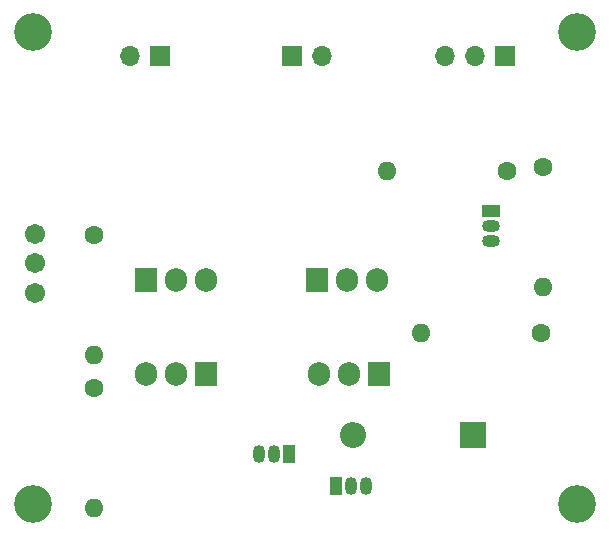
<source format=gbr>
%TF.GenerationSoftware,KiCad,Pcbnew,8.0.7*%
%TF.CreationDate,2025-03-05T10:46:07+02:00*%
%TF.ProjectId,H bridge,48206272-6964-4676-952e-6b696361645f,rev?*%
%TF.SameCoordinates,Original*%
%TF.FileFunction,Soldermask,Bot*%
%TF.FilePolarity,Negative*%
%FSLAX46Y46*%
G04 Gerber Fmt 4.6, Leading zero omitted, Abs format (unit mm)*
G04 Created by KiCad (PCBNEW 8.0.7) date 2025-03-05 10:46:07*
%MOMM*%
%LPD*%
G01*
G04 APERTURE LIST*
%ADD10R,1.700000X1.700000*%
%ADD11O,1.700000X1.700000*%
%ADD12C,1.712000*%
%ADD13O,1.600000X1.600000*%
%ADD14C,1.600000*%
%ADD15C,3.200000*%
%ADD16O,1.500000X1.050000*%
%ADD17R,1.500000X1.050000*%
%ADD18O,1.905000X2.000000*%
%ADD19R,1.905000X2.000000*%
%ADD20O,2.200000X2.200000*%
%ADD21R,2.200000X2.200000*%
%ADD22O,1.050000X1.500000*%
%ADD23R,1.050000X1.500000*%
G04 APERTURE END LIST*
D10*
%TO.C,J6*%
X144910000Y-49500000D03*
D11*
X142370000Y-49500000D03*
X139830000Y-49500000D03*
%TD*%
D10*
%TO.C,J5*%
X126870000Y-49500000D03*
D11*
X129410000Y-49500000D03*
%TD*%
D10*
%TO.C,J4*%
X115685000Y-49500000D03*
D11*
X113145000Y-49500000D03*
%TD*%
D12*
%TO.C,SW1*%
X105110000Y-64600000D03*
X105110000Y-67100000D03*
X105110000Y-69600000D03*
%TD*%
D13*
%TO.C,R5*%
X148110000Y-69080000D03*
D14*
X148110000Y-58920000D03*
%TD*%
D13*
%TO.C,R1*%
X110110000Y-74880000D03*
D14*
X110110000Y-64720000D03*
%TD*%
D15*
%TO.C,H2*%
X105000000Y-47500000D03*
%TD*%
D16*
%TO.C,Q7*%
X143700000Y-65200000D03*
X143700000Y-63930000D03*
D17*
X143700000Y-62660000D03*
%TD*%
D18*
%TO.C,Q2*%
X134050000Y-68545000D03*
X131510000Y-68545000D03*
D19*
X128970000Y-68545000D03*
%TD*%
D18*
%TO.C,Q1*%
X119650000Y-68545000D03*
X117110000Y-68545000D03*
D19*
X114570000Y-68545000D03*
%TD*%
D20*
%TO.C,D1*%
X132030000Y-81600000D03*
D21*
X142190000Y-81600000D03*
%TD*%
D13*
%TO.C,R4*%
X137830000Y-73000000D03*
D14*
X147990000Y-73000000D03*
%TD*%
D13*
%TO.C,R3*%
X134910000Y-59250000D03*
D14*
X145070000Y-59250000D03*
%TD*%
D18*
%TO.C,Q3*%
X114570000Y-76455000D03*
X117110000Y-76455000D03*
D19*
X119650000Y-76455000D03*
%TD*%
D18*
%TO.C,Q4*%
X129170000Y-76455000D03*
X131710000Y-76455000D03*
D19*
X134250000Y-76455000D03*
%TD*%
D22*
%TO.C,Q6*%
X124140000Y-83250000D03*
X125410000Y-83250000D03*
D23*
X126680000Y-83250000D03*
%TD*%
D15*
%TO.C,H3*%
X151000000Y-87500000D03*
%TD*%
%TO.C,H4*%
X105000000Y-87500000D03*
%TD*%
D13*
%TO.C,R2*%
X110160000Y-87830000D03*
D14*
X110160000Y-77670000D03*
%TD*%
D22*
%TO.C,Q5*%
X133180000Y-85960000D03*
X131910000Y-85960000D03*
D23*
X130640000Y-85960000D03*
%TD*%
D15*
%TO.C,H1*%
X151000000Y-47500000D03*
%TD*%
M02*

</source>
